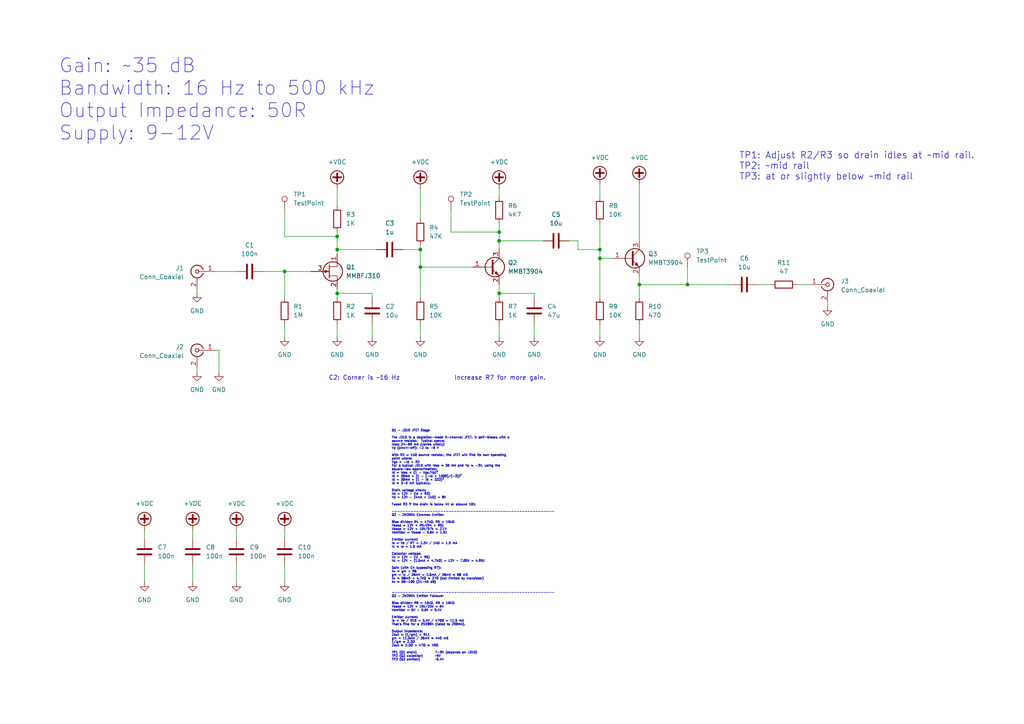
<source format=kicad_sch>
(kicad_sch (version 20250114) (generator "eeschema") (generator_version "9.0")
  (paper "A4")
  (lib_symbols
    (symbol "Connector:Conn_Coaxial" (pin_names (offset 1.016) (hide yes))
      (property "Reference" "J" (at 0.254 3.048 0))
      (property "Value" "Conn_Coaxial" (at 2.921 0 90))
      (symbol "Conn_Coaxial_0_1"
        (polyline (pts (xy -2.54 0) (xy -0.508 0)))
        (arc (start 1.778 0) (mid 0.222 -1.8079) (end -1.778 -0.508) (stroke (width 0.254)))
        (arc (start -1.778 0.508) (mid 0.2221 1.8084) (end 1.778 0) (stroke (width 0.254)))
        (circle (center 0 0) (radius 0.508) (stroke (width 0.2032)))
        (polyline (pts (xy 0 -2.54) (xy 0 -1.778)))
      )
      (symbol "Conn_Coaxial_1_1"
        (pin passive line (at -5.08 0 0) (length 2.54) (name "In") (number "1"))
        (pin passive line (at 0 -5.08 90) (length 2.54) (name "Ext") (number "2"))
      )
    )
    (symbol "Connector:TestPoint" (pin_numbers (hide yes)) (pin_names (offset 0.762) (hide yes))
      (property "Reference" "TP" (at 0 6.858 0))
      (property "Value" "TestPoint" (at 0 5.08 0))
      (symbol "TestPoint_0_1"
        (circle (center 0 3.302) (radius 0.762))
      )
      (symbol "TestPoint_1_1"
        (pin passive line (at 0 0 90) (length 2.54) (name "1") (number "1"))
      )
    )
    (symbol "Device:C" (pin_numbers (hide yes)) (pin_names (offset 0.254))
      (property "Reference" "C" (at 0.635 2.54 0))
      (property "Value" "C" (at 0.635 -2.54 0))
      (symbol "C_0_1"
        (polyline (pts (xy -2.032 0.762) (xy 2.032 0.762)) (stroke (width 0.508)))
        (polyline (pts (xy -2.032 -0.762) (xy 2.032 -0.762)) (stroke (width 0.508)))
      )
      (symbol "C_1_1"
        (pin passive line (at 0 3.81 270) (length 2.794) (name "~") (number "1"))
        (pin passive line (at 0 -3.81 90) (length 2.794) (name "~") (number "2"))
      )
    )
    (symbol "Device:Q_NJFET_DSG" (pin_names (offset 0) (hide yes))
      (property "Reference" "Q" (at 5.08 1.27 0))
      (property "Value" "Q_NJFET_DSG" (at 5.08 -1.27 0))
      (symbol "Q_NJFET_DSG_0_1"
        (polyline (pts (xy 0 0) (xy -1.016 0.381) (xy -1.016 -0.381) (xy 0 0)) (fill (type outline)))
        (polyline (pts (xy 0.254 1.905) (xy 0.254 -1.905) (xy 0.254 -1.905)) (stroke (width 0.254)))
        (circle (center 1.27 0) (radius 2.8194) (stroke (width 0.254)))
        (polyline (pts (xy 2.54 2.54) (xy 2.54 1.397) (xy 0.254 1.397)))
        (polyline (pts (xy 2.54 -2.54) (xy 2.54 -1.27) (xy 0.254 -1.27)))
      )
      (symbol "Q_NJFET_DSG_1_1"
        (pin input line (at -5.08 0 0) (length 5.334) (name "G") (number "3"))
        (pin passive line (at 2.54 5.08 270) (length 2.54) (name "D") (number "1"))
        (pin passive line (at 2.54 -5.08 90) (length 2.54) (name "S") (number "2"))
      )
    )
    (symbol "Device:R" (pin_numbers (hide yes)) (pin_names (offset 0))
      (property "Reference" "R" (at 2.032 0 90))
      (property "Value" "R" (at 0 0 90))
      (symbol "R_0_1"
        (rectangle (start -1.016 -2.54) (end 1.016 2.54) (stroke (width 0.254)))
      )
      (symbol "R_1_1"
        (pin passive line (at 0 3.81 270) (length 1.27) (name "~") (number "1"))
        (pin passive line (at 0 -3.81 90) (length 1.27) (name "~") (number "2"))
      )
    )
    (symbol "Transistor_BJT:Q_NPN_BEC" (pin_names (offset 0) (hide yes))
      (property "Reference" "Q" (at 5.08 1.27 0))
      (property "Value" "Q_NPN_BEC" (at 5.08 -1.27 0))
      (symbol "Q_NPN_BEC_0_1"
        (polyline (pts (xy -2.54 0) (xy 0.635 0)))
        (polyline (pts (xy 0.635 1.905) (xy 0.635 -1.905)) (stroke (width 0.508)))
        (circle (center 1.27 0) (radius 2.8194) (stroke (width 0.254)))
      )
      (symbol "Q_NPN_BEC_1_1"
        (polyline (pts (xy 0.635 0.635) (xy 2.54 2.54)))
        (polyline (pts (xy 0.635 -0.635) (xy 2.54 -2.54)))
        (polyline (pts (xy 1.27 -1.778) (xy 1.778 -1.27) (xy 2.286 -2.286) (xy 1.27 -1.778)) (fill (type outline)))
        (pin input line (at -5.08 0 0) (length 2.54) (name "B") (number "1"))
        (pin passive line (at 2.54 5.08 270) (length 2.54) (name "C") (number "3"))
        (pin passive line (at 2.54 -5.08 90) (length 2.54) (name "E") (number "2"))
      )
    )
    (symbol "power:+VDC" (power) (pin_numbers (hide yes)) (pin_names (offset 0) (hide yes))
      (property "Value" "+VDC" (at 0 6.35 0))
      (symbol "+VDC_0_1"
        (polyline (pts (xy -1.143 3.175) (xy 1.143 3.175)) (stroke (width 0.508)))
        (circle (center 0 3.175) (radius 1.905) (stroke (width 0.254)))
        (polyline (pts (xy 0 2.032) (xy 0 4.318)) (stroke (width 0.508)))
        (polyline (pts (xy 0 0) (xy 0 1.27)))
      )
      (symbol "+VDC_1_1"
        (pin power_in line (at 0 0 90) (length 0) (name "~") (number "1"))
      )
    )
    (symbol "power:GND" (power) (pin_numbers (hide yes)) (pin_names (offset 0) (hide yes))
      (property "Value" "GND" (at 0 -3.81 0))
      (symbol "GND_0_1"
        (polyline (pts (xy 0 0) (xy 0 -1.27) (xy 1.27 -1.27) (xy 0 -2.54) (xy -1.27 -1.27) (xy 0 -1.27)))
      )
      (symbol "GND_1_1"
        (pin power_in line (at 0 0 270) (length 0) (name "~") (number "1"))
      )
    )
  )
  (text "Q1 - J310 JFET Stage\n\nThe J310 is a depletion-mode N-channel JFET. It self-biases with a\nsource resistor.  Typical specs:\nIdss: 24-60 mA (varies widely)\nVp (pinch-off): -2 to -6 V\n\nWith R2 = 1kΩ source resistor, the JFET will find its own operating\npoint where:\nVgs = -Id × R2\nFor a typical J310 with Idss ≈ 30 mA and Vp ≈ -3V, using the\nsquare-law approximation:\nId = Idss × (1 - Vgs/Vp)²\nId = 30mA × (1 - (-Id × 1000)/(-3))²\nId = 30mA × (1 - Id × 333)²\nId ≈ 3-5 mA typically.\n\nDrain voltage check:\nVd = 12V - (Id × R3)\nVd = 12V - (4mA × 1kΩ) = 8V\n\nTweak R3 if the drain is below 4V or abouve 10V.\n\n------------------------------------------------------------\nQ2 - 2N3904 Common Emitter\n\nBias divider: R4 = 47kΩ, R5 = 10kΩ\nVbase = 12V × R5/(R4 + R5)\nVbase = 12V × 10k/57k = 2.1V\nVemitter = Vbase - 0.6V = 1.5V\n\nEmitter current:\nIe = Ve / R7 = 1.5V / 1kΩ = 1.5 mA\nIc ≈ Ie = 1.5 mA\n\nCollector voltage:\nVc = 12V - (Ic × R6)\nVc = 12V - (1.5mA × 4.7kΩ) = 12V - 7.05V = 4.95V\n\nGain (with C4 bypassing R7):\nAv ≈ gm × R6\ngm = Ic / 26mV = 1.5mA / 26mV ≈ 58 mS\nAv ≈ 58mS × 4.7kΩ ≈ 270 (but limited by transistor)\nAv ≈ 50-100 (24-40 dB)\n\n\n------------------------------------------------------------\nQ3 - 2N3904 Emitter Follower\n\nBias divider: R8 = 10kΩ, R9 = 10kΩ\nVbase = 12V × 10k/20k = 6V\nVemitter = 6V - 0.6V = 5.4V\n\nEmitter current:\nIe = Ve / R10 = 5.4V / 470Ω = 11.5 mA\nThat's fine for a 2N3904 (rated to 200mA).\n\nOutput impedance:\nZout ≈ (1/gm) + R11\ngm = 11.5mA / 26mV ≈ 440 mS\n1/gm ≈ 2.3Ω\nZout ≈ 2.3Ω + 47Ω ≈ 49Ω\n\nTP1 (Q1 drain)		7-9V (depends on J310)\nTP2 (Q2 collector)	~5V\nTP3 (Q3 emitter)	~5.4V\n" (at 113.538 158.242 0) (effects (font (size 0.635 0.635)) (justify left)))
  (text "C2: Corner is ~16 Hz" (at 105.664 109.728 0) (effects (font (size 1.27 1.27))))
  (text "Increase R7 for more gain." (at 145.034 109.728 0) (effects (font (size 1.27 1.27))))
  (text "Gain: ~35 dB\nBandwidth: 16 Hz to 500 kHz\nOutput Impedance: 50R\nSupply: 9-12V" (at 17.018 28.956 0) (effects (font (size 4.0386 4.0386)) (justify left)))
  (text "TP1: Adjust R2/R3 so drain idles at ~mid rail.\nTP2: ~mid rail\nTP3: at or slightly below ~mid rail" (at 214.376 48.26 0) (effects (font (size 1.905 1.905)) (justify left)))
  (junction (at 97.79 72.39))
  (junction (at 121.92 77.47))
  (junction (at 144.78 85.09))
  (junction (at 144.78 69.85))
  (junction (at 82.55 78.74))
  (junction (at 173.99 74.93))
  (junction (at 173.99 72.39))
  (junction (at 97.79 68.58))
  (junction (at 144.78 67.31))
  (junction (at 199.39 82.55))
  (junction (at 121.92 72.39))
  (junction (at 185.42 82.55))
  (junction (at 97.79 85.09))
  (wire (pts (xy 144.78 69.85) (xy 157.48 69.85)))
  (wire (pts (xy 167.64 72.39) (xy 173.99 72.39)))
  (wire (pts (xy 63.5 101.6) (xy 63.5 107.95)))
  (wire (pts (xy 97.79 83.82) (xy 97.79 85.09)))
  (wire (pts (xy 116.84 72.39) (xy 121.92 72.39)))
  (wire (pts (xy 82.55 153.67) (xy 82.55 156.21)))
  (wire (pts (xy 144.78 85.09) (xy 154.94 85.09)))
  (wire (pts (xy 82.55 78.74) (xy 90.17 78.74)))
  (wire (pts (xy 154.94 86.36) (xy 154.94 85.09)))
  (wire (pts (xy 144.78 67.31) (xy 144.78 69.85)))
  (wire (pts (xy 55.88 163.83) (xy 55.88 168.91)))
  (wire (pts (xy 62.23 78.74) (xy 68.58 78.74)))
  (wire (pts (xy 173.99 72.39) (xy 173.99 74.93)))
  (wire (pts (xy 121.92 93.98) (xy 121.92 97.79)))
  (wire (pts (xy 41.91 163.83) (xy 41.91 168.91)))
  (wire (pts (xy 57.15 83.82) (xy 57.15 85.09)))
  (wire (pts (xy 97.79 67.31) (xy 97.79 68.58)))
  (wire (pts (xy 144.78 69.85) (xy 144.78 72.39)))
  (wire (pts (xy 82.55 93.98) (xy 82.55 97.79)))
  (wire (pts (xy 41.91 153.67) (xy 41.91 156.21)))
  (wire (pts (xy 62.23 101.6) (xy 63.5 101.6)))
  (wire (pts (xy 173.99 93.98) (xy 173.99 97.79)))
  (wire (pts (xy 185.42 82.55) (xy 199.39 82.55)))
  (wire (pts (xy 55.88 153.67) (xy 55.88 156.21)))
  (wire (pts (xy 199.39 82.55) (xy 212.09 82.55)))
  (wire (pts (xy 97.79 68.58) (xy 97.79 72.39)))
  (wire (pts (xy 97.79 85.09) (xy 107.95 85.09)))
  (wire (pts (xy 68.58 163.83) (xy 68.58 168.91)))
  (wire (pts (xy 97.79 93.98) (xy 97.79 97.79)))
  (wire (pts (xy 167.64 69.85) (xy 167.64 72.39)))
  (wire (pts (xy 130.81 67.31) (xy 144.78 67.31)))
  (wire (pts (xy 185.42 93.98) (xy 185.42 97.79)))
  (wire (pts (xy 97.79 85.09) (xy 97.79 86.36)))
  (wire (pts (xy 144.78 64.77) (xy 144.78 67.31)))
  (wire (pts (xy 82.55 60.96) (xy 82.55 68.58)))
  (wire (pts (xy 199.39 77.47) (xy 199.39 82.55)))
  (wire (pts (xy 76.2 78.74) (xy 82.55 78.74)))
  (wire (pts (xy 165.1 69.85) (xy 167.64 69.85)))
  (wire (pts (xy 97.79 72.39) (xy 97.79 73.66)))
  (wire (pts (xy 97.79 54.61) (xy 97.79 59.69)))
  (wire (pts (xy 130.81 60.96) (xy 130.81 67.31)))
  (wire (pts (xy 185.42 53.34) (xy 185.42 69.85)))
  (wire (pts (xy 144.78 93.98) (xy 144.78 97.79)))
  (wire (pts (xy 107.95 86.36) (xy 107.95 85.09)))
  (wire (pts (xy 240.03 87.63) (xy 240.03 88.9)))
  (wire (pts (xy 82.55 68.58) (xy 97.79 68.58)))
  (wire (pts (xy 107.95 93.98) (xy 107.95 97.79)))
  (wire (pts (xy 173.99 74.93) (xy 177.8 74.93)))
  (wire (pts (xy 231.14 82.55) (xy 234.95 82.55)))
  (wire (pts (xy 185.42 80.01) (xy 185.42 82.55)))
  (wire (pts (xy 57.15 106.68) (xy 57.15 107.95)))
  (wire (pts (xy 68.58 153.67) (xy 68.58 156.21)))
  (wire (pts (xy 144.78 54.61) (xy 144.78 57.15)))
  (wire (pts (xy 82.55 163.83) (xy 82.55 168.91)))
  (wire (pts (xy 82.55 86.36) (xy 82.55 78.74)))
  (wire (pts (xy 121.92 77.47) (xy 121.92 86.36)))
  (wire (pts (xy 97.79 72.39) (xy 109.22 72.39)))
  (wire (pts (xy 121.92 77.47) (xy 137.16 77.47)))
  (wire (pts (xy 173.99 64.77) (xy 173.99 72.39)))
  (wire (pts (xy 173.99 74.93) (xy 173.99 86.36)))
  (wire (pts (xy 144.78 82.55) (xy 144.78 85.09)))
  (wire (pts (xy 121.92 72.39) (xy 121.92 77.47)))
  (wire (pts (xy 121.92 54.61) (xy 121.92 63.5)))
  (wire (pts (xy 219.71 82.55) (xy 223.52 82.55)))
  (wire (pts (xy 144.78 85.09) (xy 144.78 86.36)))
  (wire (pts (xy 185.42 82.55) (xy 185.42 86.36)))
  (wire (pts (xy 121.92 72.39) (xy 121.92 71.12)))
  (wire (pts (xy 173.99 53.34) (xy 173.99 57.15)))
  (wire (pts (xy 154.94 93.98) (xy 154.94 97.79)))
  (symbol (lib_id "power:+VDC") (at 185.42 53.34 0) (unit 1)
    (property "Reference" "#PWR014" (effects (hide yes)))
    (property "Value" "+VDC" (at 185.42 45.72 0))
    (property "Description" "Power symbol creates a global label with name \"+VDC\"" (effects (hide yes)))
  )
  (symbol (lib_id "power:GND") (at 41.91 168.91 0) (unit 1)
    (property "Reference" "#PWR018" (effects (hide yes)))
    (property "Value" "GND" (at 41.91 173.99 0))
    (property "Description" "Power symbol creates a global label with name \"GND\" , ground" (effects (hide yes)))
  )
  (symbol (lib_id "Transistor_BJT:Q_NPN_BEC") (at 182.88 74.93 0) (unit 1)
    (property "Reference" "Q3" (at 187.96 73.6599 0) (effects (justify left)))
    (property "Value" "MMBT3904" (at 187.96 76.1999 0) (effects (justify left)))
    (property "Footprint" "Package_TO_SOT_SMD:TSOT-23" (effects (hide yes)))
    (property "Description" "NPN transistor, base/emitter/collector" (effects (hide yes)))
    (property "Sim.Device" "NPN" (effects (hide yes)))
    (property "Sim.Pins" "1=B 2=E 3=C" (effects (hide yes)))
  )
  (symbol (lib_id "Connector:TestPoint") (at 82.55 60.96 0) (unit 1)
    (property "Reference" "TP1" (at 85.09 56.3879 0) (effects (justify left)))
    (property "Value" "TestPoint" (at 85.09 58.9279 0) (effects (justify left)))
    (property "Footprint" "TestPoint:TestPoint_Pad_1.0x1.0mm" (effects (hide yes)))
    (property "Description" "test point" (effects (hide yes)))
  )
  (symbol (lib_id "Device:R") (at 227.33 82.55 90) (unit 1)
    (property "Reference" "R11" (at 227.33 76.2 90))
    (property "Value" "47" (at 227.33 78.74 90))
    (property "Footprint" "Resistor_SMD:R_0805_2012Metric" (effects (hide yes)))
    (property "Description" "Resistor" (effects (hide yes)))
  )
  (symbol (lib_id "Device:C") (at 107.95 90.17 0) (unit 1)
    (property "Reference" "C2" (at 111.76 88.8999 0) (effects (justify left)))
    (property "Value" "10u" (at 111.76 91.4399 0) (effects (justify left)))
    (property "Footprint" "Capacitor_SMD:C_1206_3216Metric" (effects (hide yes)))
    (property "Description" "Unpolarized capacitor" (effects (hide yes)))
  )
  (symbol (lib_id "Connector:TestPoint") (at 130.81 60.96 0) (unit 1)
    (property "Reference" "TP2" (at 133.35 56.3879 0) (effects (justify left)))
    (property "Value" "TestPoint" (at 133.35 58.9279 0) (effects (justify left)))
    (property "Footprint" "TestPoint:TestPoint_Pad_1.0x1.0mm" (effects (hide yes)))
    (property "Description" "test point" (effects (hide yes)))
  )
  (symbol (lib_id "power:GND") (at 57.15 107.95 0) (unit 1)
    (property "Reference" "#PWR02" (effects (hide yes)))
    (property "Value" "GND" (at 57.15 113.03 0))
    (property "Description" "Power symbol creates a global label with name \"GND\" , ground" (effects (hide yes)))
  )
  (symbol (lib_id "Device:R") (at 97.79 63.5 0) (unit 1)
    (property "Reference" "R3" (at 100.33 62.2299 0) (effects (justify left)))
    (property "Value" "1K" (at 100.33 64.7699 0) (effects (justify left)))
    (property "Footprint" "Resistor_SMD:R_0603_1608Metric" (effects (hide yes)))
    (property "Description" "Resistor" (effects (hide yes)))
  )
  (symbol (lib_id "power:GND") (at 107.95 97.79 0) (unit 1)
    (property "Reference" "#PWR05" (effects (hide yes)))
    (property "Value" "GND" (at 107.95 102.87 0))
    (property "Description" "Power symbol creates a global label with name \"GND\" , ground" (effects (hide yes)))
  )
  (symbol (lib_id "Device:R") (at 173.99 90.17 0) (unit 1)
    (property "Reference" "R9" (at 176.53 88.8999 0) (effects (justify left)))
    (property "Value" "10K" (at 176.53 91.4399 0) (effects (justify left)))
    (property "Footprint" "Resistor_SMD:R_0603_1608Metric" (effects (hide yes)))
    (property "Description" "Resistor" (effects (hide yes)))
  )
  (symbol (lib_id "power:+VDC") (at 97.79 54.61 0) (unit 1)
    (property "Reference" "#PWR06" (effects (hide yes)))
    (property "Value" "+VDC" (at 97.79 46.99 0))
    (property "Description" "Power symbol creates a global label with name \"+VDC\"" (effects (hide yes)))
  )
  (symbol (lib_id "Device:R") (at 97.79 90.17 0) (unit 1)
    (property "Reference" "R2" (at 100.33 88.8999 0) (effects (justify left)))
    (property "Value" "1K" (at 100.33 91.4399 0) (effects (justify left)))
    (property "Footprint" "Resistor_SMD:R_0603_1608Metric" (effects (hide yes)))
    (property "Description" "Resistor" (effects (hide yes)))
  )
  (symbol (lib_id "Device:R") (at 121.92 67.31 0) (unit 1)
    (property "Reference" "R4" (at 124.46 66.0399 0) (effects (justify left)))
    (property "Value" "47K" (at 124.46 68.5799 0) (effects (justify left)))
    (property "Footprint" "Resistor_SMD:R_0603_1608Metric" (effects (hide yes)))
    (property "Description" "Resistor" (effects (hide yes)))
  )
  (symbol (lib_id "Device:C") (at 72.39 78.74 90) (unit 1)
    (property "Reference" "C1" (at 72.39 71.12 90))
    (property "Value" "100n" (at 72.39 73.66 90))
    (property "Footprint" "Capacitor_SMD:C_0603_1608Metric" (effects (hide yes)))
    (property "Description" "Unpolarized capacitor" (effects (hide yes)))
  )
  (symbol (lib_id "power:GND") (at 68.58 168.91 0) (unit 1)
    (property "Reference" "#PWR022" (effects (hide yes)))
    (property "Value" "GND" (at 68.58 173.99 0))
    (property "Description" "Power symbol creates a global label with name \"GND\" , ground" (effects (hide yes)))
  )
  (symbol (lib_id "Device:C") (at 154.94 90.17 0) (unit 1)
    (property "Reference" "C4" (at 158.75 88.8999 0) (effects (justify left)))
    (property "Value" "47u" (at 158.75 91.4399 0) (effects (justify left)))
    (property "Footprint" "Capacitor_SMD:C_1210_3225Metric" (effects (hide yes)))
    (property "Description" "Unpolarized capacitor" (effects (hide yes)))
  )
  (symbol (lib_id "power:+VDC") (at 173.99 53.34 0) (unit 1)
    (property "Reference" "#PWR012" (effects (hide yes)))
    (property "Value" "+VDC" (at 173.99 45.72 0))
    (property "Description" "Power symbol creates a global label with name \"+VDC\"" (effects (hide yes)))
  )
  (symbol (lib_id "Transistor_BJT:Q_NPN_BEC") (at 142.24 77.47 0) (unit 1)
    (property "Reference" "Q2" (at 147.32 76.1999 0) (effects (justify left)))
    (property "Value" "MMBT3904" (at 147.32 78.7399 0) (effects (justify left)))
    (property "Footprint" "Package_TO_SOT_SMD:TSOT-23" (effects (hide yes)))
    (property "Description" "NPN transistor, base/emitter/collector" (effects (hide yes)))
    (property "Sim.Device" "NPN" (effects (hide yes)))
    (property "Sim.Pins" "1=B 2=E 3=C" (effects (hide yes)))
  )
  (symbol (lib_id "power:GND") (at 97.79 97.79 0) (unit 1)
    (property "Reference" "#PWR04" (effects (hide yes)))
    (property "Value" "GND" (at 97.79 102.87 0))
    (property "Description" "Power symbol creates a global label with name \"GND\" , ground" (effects (hide yes)))
  )
  (symbol (lib_id "Connector:Conn_Coaxial") (at 57.15 78.74 0) (mirror y) (unit 1)
    (property "Reference" "J1" (at 53.34 77.7631 0) (effects (justify left)))
    (property "Value" "Conn_Coaxial" (at 53.34 80.3031 0) (effects (justify left)))
    (property "Footprint" "Connector_Coaxial:BNC_Amphenol_B6252HB-NPP3G-50_Horizontal" (effects (hide yes)))
    (property "Description" "coaxial connector (BNC, SMA, SMB, SMC, Cinch/RCA, LEMO, ...)" (effects (hide yes)))
  )
  (symbol (lib_id "Device:R") (at 144.78 90.17 0) (unit 1)
    (property "Reference" "R7" (at 147.32 88.8999 0) (effects (justify left)))
    (property "Value" "1K" (at 147.32 91.4399 0) (effects (justify left)))
    (property "Footprint" "Resistor_SMD:R_0603_1608Metric" (effects (hide yes)))
    (property "Description" "Resistor" (effects (hide yes)))
  )
  (symbol (lib_id "power:GND") (at 82.55 168.91 0) (unit 1)
    (property "Reference" "#PWR024" (effects (hide yes)))
    (property "Value" "GND" (at 82.55 173.99 0))
    (property "Description" "Power symbol creates a global label with name \"GND\" , ground" (effects (hide yes)))
  )
  (symbol (lib_id "power:+VDC") (at 144.78 54.61 0) (unit 1)
    (property "Reference" "#PWR09" (effects (hide yes)))
    (property "Value" "+VDC" (at 144.78 46.99 0))
    (property "Description" "Power symbol creates a global label with name \"+VDC\"" (effects (hide yes)))
  )
  (symbol (lib_id "power:+VDC") (at 82.55 153.67 0) (unit 1)
    (property "Reference" "#PWR023" (effects (hide yes)))
    (property "Value" "+VDC" (at 82.55 146.05 0))
    (property "Description" "Power symbol creates a global label with name \"+VDC\"" (effects (hide yes)))
  )
  (symbol (lib_id "Device:C") (at 113.03 72.39 90) (unit 1)
    (property "Reference" "C3" (at 113.03 64.77 90))
    (property "Value" "1u" (at 113.03 67.31 90))
    (property "Footprint" "Capacitor_SMD:C_0603_1608Metric" (effects (hide yes)))
    (property "Description" "Unpolarized capacitor" (effects (hide yes)))
  )
  (symbol (lib_id "Device:R") (at 173.99 60.96 0) (unit 1)
    (property "Reference" "R8" (at 176.53 59.6899 0) (effects (justify left)))
    (property "Value" "10K" (at 176.53 62.2299 0) (effects (justify left)))
    (property "Footprint" "Resistor_SMD:R_0603_1608Metric" (effects (hide yes)))
    (property "Description" "Resistor" (effects (hide yes)))
  )
  (symbol (lib_id "power:GND") (at 121.92 97.79 0) (unit 1)
    (property "Reference" "#PWR08" (effects (hide yes)))
    (property "Value" "GND" (at 121.92 102.87 0))
    (property "Description" "Power symbol creates a global label with name \"GND\" , ground" (effects (hide yes)))
  )
  (symbol (lib_id "power:+VDC") (at 68.58 153.67 0) (unit 1)
    (property "Reference" "#PWR021" (effects (hide yes)))
    (property "Value" "+VDC" (at 68.58 146.05 0))
    (property "Description" "Power symbol creates a global label with name \"+VDC\"" (effects (hide yes)))
  )
  (symbol (lib_id "Device:R") (at 82.55 90.17 0) (unit 1)
    (property "Reference" "R1" (at 85.09 88.8999 0) (effects (justify left)))
    (property "Value" "1M" (at 85.09 91.4399 0) (effects (justify left)))
    (property "Footprint" "Resistor_SMD:R_0603_1608Metric" (effects (hide yes)))
    (property "Description" "Resistor" (effects (hide yes)))
  )
  (symbol (lib_id "power:GND") (at 57.15 85.09 0) (unit 1)
    (property "Reference" "#PWR01" (effects (hide yes)))
    (property "Value" "GND" (at 57.15 90.17 0))
    (property "Description" "Power symbol creates a global label with name \"GND\" , ground" (effects (hide yes)))
  )
  (symbol (lib_id "power:GND") (at 185.42 97.79 0) (unit 1)
    (property "Reference" "#PWR015" (effects (hide yes)))
    (property "Value" "GND" (at 185.42 102.87 0))
    (property "Description" "Power symbol creates a global label with name \"GND\" , ground" (effects (hide yes)))
  )
  (symbol (lib_id "power:GND") (at 173.99 97.79 0) (unit 1)
    (property "Reference" "#PWR013" (effects (hide yes)))
    (property "Value" "GND" (at 173.99 102.87 0))
    (property "Description" "Power symbol creates a global label with name \"GND\" , ground" (effects (hide yes)))
  )
  (symbol (lib_id "Device:R") (at 144.78 60.96 0) (unit 1)
    (property "Reference" "R6" (at 147.32 59.6899 0) (effects (justify left)))
    (property "Value" "4K7" (at 147.32 62.2299 0) (effects (justify left)))
    (property "Footprint" "Resistor_SMD:R_0603_1608Metric" (effects (hide yes)))
    (property "Description" "Resistor" (effects (hide yes)))
  )
  (symbol (lib_id "Device:R") (at 121.92 90.17 0) (unit 1)
    (property "Reference" "R5" (at 124.46 88.8999 0) (effects (justify left)))
    (property "Value" "10K" (at 124.46 91.4399 0) (effects (justify left)))
    (property "Footprint" "Resistor_SMD:R_0603_1608Metric" (effects (hide yes)))
    (property "Description" "Resistor" (effects (hide yes)))
  )
  (symbol (lib_id "Device:R") (at 185.42 90.17 0) (unit 1)
    (property "Reference" "R10" (at 187.96 88.8999 0) (effects (justify left)))
    (property "Value" "470" (at 187.96 91.4399 0) (effects (justify left)))
    (property "Footprint" "Resistor_SMD:R_0603_1608Metric" (effects (hide yes)))
    (property "Description" "Resistor" (effects (hide yes)))
  )
  (symbol (lib_id "power:GND") (at 240.03 88.9 0) (mirror y) (unit 1)
    (property "Reference" "#PWR016" (effects (hide yes)))
    (property "Value" "GND" (at 240.03 93.98 0))
    (property "Description" "Power symbol creates a global label with name \"GND\" , ground" (effects (hide yes)))
  )
  (symbol (lib_id "power:GND") (at 154.94 97.79 0) (unit 1)
    (property "Reference" "#PWR011" (effects (hide yes)))
    (property "Value" "GND" (at 154.94 102.87 0))
    (property "Description" "Power symbol creates a global label with name \"GND\" , ground" (effects (hide yes)))
  )
  (symbol (lib_id "power:GND") (at 55.88 168.91 0) (unit 1)
    (property "Reference" "#PWR020" (effects (hide yes)))
    (property "Value" "GND" (at 55.88 173.99 0))
    (property "Description" "Power symbol creates a global label with name \"GND\" , ground" (effects (hide yes)))
  )
  (symbol (lib_id "Device:C") (at 161.29 69.85 90) (unit 1)
    (property "Reference" "C5" (at 161.29 62.23 90))
    (property "Value" "10u" (at 161.29 64.77 90))
    (property "Footprint" "Capacitor_SMD:C_1206_3216Metric" (effects (hide yes)))
    (property "Description" "Unpolarized capacitor" (effects (hide yes)))
  )
  (symbol (lib_id "Device:C") (at 215.9 82.55 90) (unit 1)
    (property "Reference" "C6" (at 215.9 74.93 90))
    (property "Value" "10u" (at 215.9 77.47 90))
    (property "Footprint" "Capacitor_SMD:C_1206_3216Metric" (effects (hide yes)))
    (property "Description" "Unpolarized capacitor" (effects (hide yes)))
  )
  (symbol (lib_id "Connector:Conn_Coaxial") (at 240.03 82.55 0) (unit 1)
    (property "Reference" "J3" (at 243.84 81.5731 0) (effects (justify left)))
    (property "Value" "Conn_Coaxial" (at 243.84 84.1131 0) (effects (justify left)))
    (property "Footprint" "Connector_Coaxial:BNC_Amphenol_B6252HB-NPP3G-50_Horizontal" (effects (hide yes)))
    (property "Description" "coaxial connector (BNC, SMA, SMB, SMC, Cinch/RCA, LEMO, ...)" (effects (hide yes)))
  )
  (symbol (lib_id "power:+VDC") (at 121.92 54.61 0) (unit 1)
    (property "Reference" "#PWR07" (effects (hide yes)))
    (property "Value" "+VDC" (at 121.92 46.99 0))
    (property "Description" "Power symbol creates a global label with name \"+VDC\"" (effects (hide yes)))
  )
  (symbol (lib_id "power:GND") (at 82.55 97.79 0) (unit 1)
    (property "Reference" "#PWR03" (effects (hide yes)))
    (property "Value" "GND" (at 82.55 102.87 0))
    (property "Description" "Power symbol creates a global label with name \"GND\" , ground" (effects (hide yes)))
  )
  (symbol (lib_id "Connector:Conn_Coaxial") (at 57.15 101.6 0) (mirror y) (unit 1)
    (property "Reference" "J2" (at 53.34 100.6231 0) (effects (justify left)))
    (property "Value" "Conn_Coaxial" (at 53.34 103.1631 0) (effects (justify left)))
    (property "Footprint" "Connector_Coaxial:BNC_Amphenol_B6252HB-NPP3G-50_Horizontal" (effects (hide yes)))
    (property "Description" "coaxial connector (BNC, SMA, SMB, SMC, Cinch/RCA, LEMO, ...)" (effects (hide yes)))
  )
  (symbol (lib_id "power:GND") (at 144.78 97.79 0) (unit 1)
    (property "Reference" "#PWR010" (effects (hide yes)))
    (property "Value" "GND" (at 144.78 102.87 0))
    (property "Description" "Power symbol creates a global label with name \"GND\" , ground" (effects (hide yes)))
  )
  (symbol (lib_id "Device:C") (at 41.91 160.02 0) (unit 1)
    (property "Reference" "C7" (at 45.72 158.7499 0) (effects (justify left)))
    (property "Value" "100n" (at 45.72 161.2899 0) (effects (justify left)))
    (property "Footprint" "Capacitor_SMD:C_0603_1608Metric" (effects (hide yes)))
    (property "Description" "Unpolarized capacitor" (effects (hide yes)))
  )
  (symbol (lib_id "Device:Q_NJFET_DSG") (at 95.25 78.74 0) (unit 1)
    (property "Reference" "Q1" (at 100.33 77.4699 0) (effects (justify left)))
    (property "Value" "MMBFJ310" (at 100.33 80.0099 0) (effects (justify left)))
    (property "Footprint" "Package_TO_SOT_SMD:TSOT-23" (effects (hide yes)))
    (property "Description" "N-JFET transistor, drain/source/gate" (effects (hide yes)))
  )
  (symbol (lib_id "Device:C") (at 68.58 160.02 0) (unit 1)
    (property "Reference" "C9" (at 72.39 158.7499 0) (effects (justify left)))
    (property "Value" "100n" (at 72.39 161.2899 0) (effects (justify left)))
    (property "Footprint" "Capacitor_SMD:C_0603_1608Metric" (effects (hide yes)))
    (property "Description" "Unpolarized capacitor" (effects (hide yes)))
  )
  (symbol (lib_id "Device:C") (at 82.55 160.02 0) (unit 1)
    (property "Reference" "C10" (at 86.36 158.7499 0) (effects (justify left)))
    (property "Value" "100n" (at 86.36 161.2899 0) (effects (justify left)))
    (property "Footprint" "Capacitor_SMD:C_0603_1608Metric" (effects (hide yes)))
    (property "Description" "Unpolarized capacitor" (effects (hide yes)))
  )
  (symbol (lib_id "power:GND") (at 63.5 107.95 0) (unit 1)
    (property "Reference" "#PWR025" (effects (hide yes)))
    (property "Value" "GND" (at 63.5 113.03 0))
    (property "Description" "Power symbol creates a global label with name \"GND\" , ground" (effects (hide yes)))
  )
  (symbol (lib_id "power:+VDC") (at 55.88 153.67 0) (unit 1)
    (property "Reference" "#PWR019" (effects (hide yes)))
    (property "Value" "+VDC" (at 55.88 146.05 0))
    (property "Description" "Power symbol creates a global label with name \"+VDC\"" (effects (hide yes)))
  )
  (symbol (lib_id "Connector:TestPoint") (at 199.39 77.47 0) (unit 1)
    (property "Reference" "TP3" (at 201.93 72.8979 0) (effects (justify left)))
    (property "Value" "TestPoint" (at 201.93 75.4379 0) (effects (justify left)))
    (property "Footprint" "TestPoint:TestPoint_Pad_1.0x1.0mm" (effects (hide yes)))
    (property "Description" "test point" (effects (hide yes)))
  )
  (symbol (lib_id "Device:C") (at 55.88 160.02 0) (unit 1)
    (property "Reference" "C8" (at 59.69 158.7499 0) (effects (justify left)))
    (property "Value" "100n" (at 59.69 161.2899 0) (effects (justify left)))
    (property "Footprint" "Capacitor_SMD:C_0603_1608Metric" (effects (hide yes)))
    (property "Description" "Unpolarized capacitor" (effects (hide yes)))
  )
  (symbol (lib_id "power:+VDC") (at 41.91 153.67 0) (unit 1)
    (property "Reference" "#PWR017" (effects (hide yes)))
    (property "Value" "+VDC" (at 41.91 146.05 0))
    (property "Description" "Power symbol creates a global label with name \"+VDC\"" (effects (hide yes)))
  )
)
</source>
